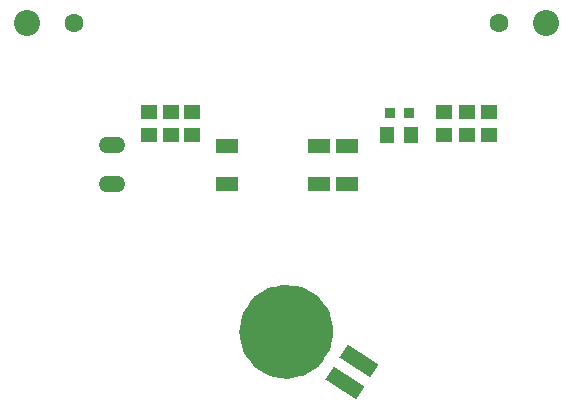
<source format=gbs>
G04*
G04 #@! TF.GenerationSoftware,Altium Limited,Altium Designer,20.0.13 (296)*
G04*
G04 Layer_Color=7416327*
%FSLAX44Y44*%
%MOMM*%
G71*
G01*
G75*
%ADD15C,4.0000*%
%ADD21C,2.2016*%
%ADD22C,1.6016*%
G04:AMPARAMS|DCode=41|XSize=1.3016mm|YSize=3.1016mm|CornerRadius=0mm|HoleSize=0mm|Usage=FLASHONLY|Rotation=237.000|XOffset=0mm|YOffset=0mm|HoleType=Round|Shape=Rectangle|*
%AMROTATEDRECTD41*
4,1,4,-0.9462,1.3904,1.6551,-0.2988,0.9462,-1.3904,-1.6551,0.2988,-0.9462,1.3904,0.0*
%
%ADD41ROTATEDRECTD41*%

%ADD42R,1.8516X1.3016*%
%ADD43R,1.4016X1.2516*%
%ADD44R,0.8636X0.9398*%
%ADD45R,1.2516X1.4016*%
%ADD46O,2.2606X1.3716*%
G36*
X6908Y-194552D02*
X-30350Y-255850D01*
X-28550Y-257950D01*
X-26850Y-259750D01*
X-26050Y-260450D01*
X-3550Y-236440D01*
X-5700Y-258720D01*
X28990Y-207720D01*
X28420Y-207040D01*
X27790Y-206350D01*
X26880Y-205410D01*
X25030Y-203670D01*
X23480Y-202380D01*
X4460Y-218970D01*
X6908Y-194552D01*
D02*
G37*
D15*
X19850Y-232400D02*
G03*
X19850Y-232400I-20000J0D01*
G01*
D21*
X220000Y29203D02*
D03*
X-220000D02*
D03*
D22*
X180000D02*
D03*
X-180000D02*
D03*
D41*
X61100Y-257250D02*
D03*
X49118Y-275701D02*
D03*
D42*
X27500Y-75070D02*
D03*
Y-107070D02*
D03*
X51500Y-75070D02*
D03*
Y-107070D02*
D03*
X-50500Y-107000D02*
D03*
Y-75000D02*
D03*
D43*
X171500Y-46000D02*
D03*
Y-66000D02*
D03*
X152500D02*
D03*
Y-46000D02*
D03*
X133500Y-66000D02*
D03*
Y-46000D02*
D03*
X-80000Y-66000D02*
D03*
Y-46000D02*
D03*
X-98000Y-66000D02*
D03*
Y-46000D02*
D03*
X-116000Y-66000D02*
D03*
Y-46000D02*
D03*
D44*
X87372Y-47500D02*
D03*
X103628D02*
D03*
D45*
X85500Y-65500D02*
D03*
X105500D02*
D03*
D46*
X-147902Y-74257D02*
D03*
Y-107757D02*
D03*
M02*

</source>
